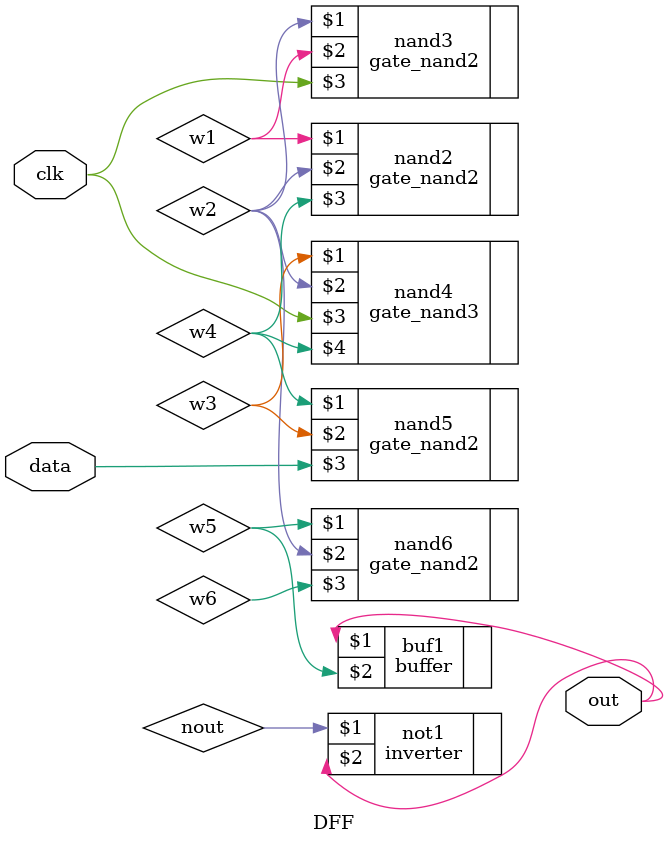
<source format=v>
`include "gate_and.v" 
`include "gate_or2.v"  
`include "inverter.v"
`include "gate_nand.v"
`include "gate_nand3.v"
`include "buffer.v"
module DFF (
    input clk, data,
    output out
    // output nout
);
    wire w1, w2, w3, w4, w5, w6;

    inverter not1 (nout, out);

    gate_nand2 nand2 (w1, w2, w4);
    gate_nand2 nand3 (w2, w1, clk);
    gate_nand3 nand4 (w3, w2, clk, w4);
    gate_nand2 nand5 (w4, w3, data);
    gate_nand2 nand6 (w5, w2, w6);
    // gate_nand2 nand7 (w6, w3, w5);

    buffer buf1 (out, w5);
    // buffer buf2  (nout, w6);

endmodule



</source>
